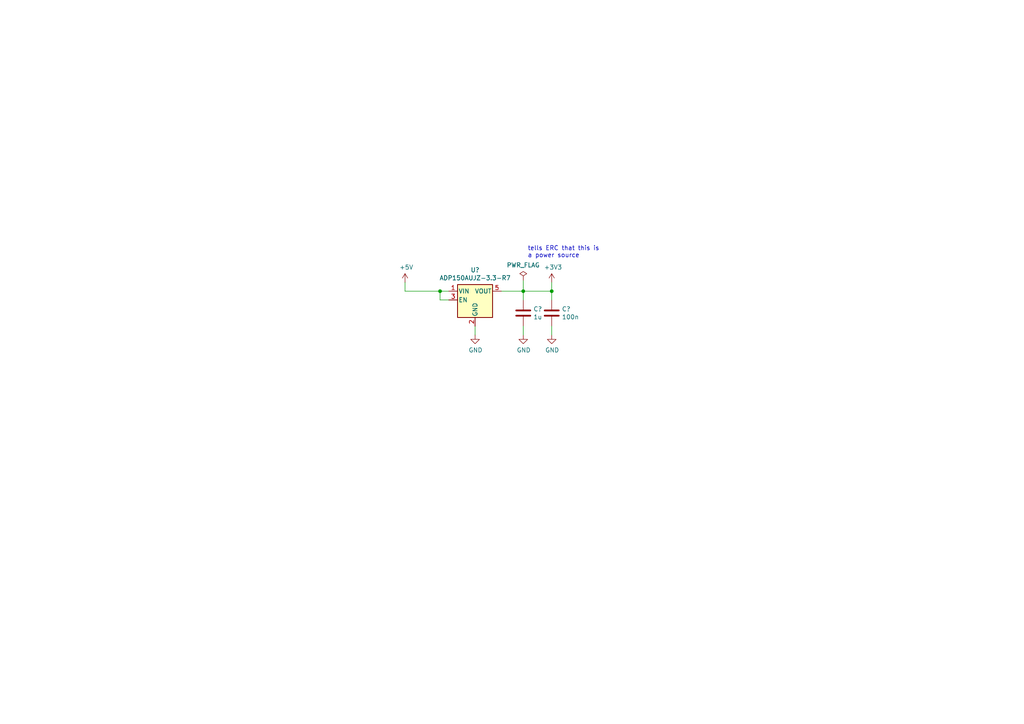
<source format=kicad_sch>
(kicad_sch (version 20230121) (generator eeschema)
  (paper "A4")
  (title_block (title "Schematic Blocks") (date "2019-12-05") (rev "1.0") (company "KTH Formula Student") (comment 1 " - ") (comment 2 "Jordi Altayó") (comment 3 "jordiag@kth.se") (comment 4 "5 to 3.3 volt power supply\\n\\nDefines the global labels (symbols)"))
  (lib_symbols
    (symbol "Device:C" (pin_numbers hide) (pin_names (offset 0.254))
      (property "Reference" "C" (at 0.635 2.54 0))
      (property "Value" "C" (at 0.635 -2.54 0))
      (symbol "C_0_1"
        (polyline (pts (xy -2.032 -0.762) (xy 2.032 -0.762)) (stroke (width 0.508)))
        (polyline (pts (xy -2.032 0.762) (xy 2.032 0.762)) (stroke (width 0.508)))
      )
      (symbol "C_1_1"
        (pin passive line (at 0 3.81 270) (length 2.794) (name "~") (number "1"))
        (pin passive line (at 0 -3.81 90) (length 2.794) (name "~") (number "2"))
      )
    )
    (symbol "KTHFS:ADP150AUJZ-3.3-R7" (pin_names (offset 0.254))
      (property "Reference" "U" (at -3.81 5.715 0))
      (property "Value" "ADP150AUJZ-3.3-R7" (at 0 5.715 0))
      (symbol "ADP150AUJZ-3.3-R7_0_1"
        (rectangle (start -5.08 4.445) (end 5.08 -5.08) (stroke (width 0.254)) (fill (type background)))
      )
      (symbol "ADP150AUJZ-3.3-R7_1_1"
        (pin power_in line (at -7.62 2.54 0) (length 2.54) (name "VIN") (number "1"))
        (pin power_in line (at 0 -7.62 90) (length 2.54) (name "GND") (number "2"))
        (pin input line (at -7.62 0 0) (length 2.54) (name "EN") (number "3"))
        (pin no_connect line (at 7.62 0 180) (length 2.54) hide (name "NC") (number "4"))
        (pin power_out line (at 7.62 2.54 180) (length 2.54) (name "VOUT") (number "5"))
      )
    )
    (symbol "blocks-rescue:+3.3V-power" (power) (pin_names (offset 0))
      (property "Value" "+3.3V-power" (at 0 3.556 0))
      (symbol "+3.3V-power_0_1"
        (polyline (pts (xy -0.762 1.27) (xy 0 2.54)))
        (polyline (pts (xy 0 0) (xy 0 2.54)))
        (polyline (pts (xy 0 2.54) (xy 0.762 1.27)))
      )
      (symbol "+3.3V-power_1_1"
        (pin power_in line (at 0 0 90) (length 0) hide (name "+3V3") (number "1"))
      )
    )
    (symbol "power:+5V" (power) (pin_names (offset 0))
      (property "Value" "+5V" (at 0 3.556 0))
      (symbol "+5V_0_1"
        (polyline (pts (xy -0.762 1.27) (xy 0 2.54)))
        (polyline (pts (xy 0 0) (xy 0 2.54)))
        (polyline (pts (xy 0 2.54) (xy 0.762 1.27)))
      )
      (symbol "+5V_1_1"
        (pin power_in line (at 0 0 90) (length 0) hide (name "+5V") (number "1"))
      )
    )
    (symbol "power:GND" (power) (pin_names (offset 0))
      (property "Value" "GND" (at 0 -3.81 0))
      (symbol "GND_0_1"
        (polyline (pts (xy 0 0) (xy 0 -1.27) (xy 1.27 -1.27) (xy 0 -2.54) (xy -1.27 -1.27) (xy 0 -1.27)))
      )
      (symbol "GND_1_1"
        (pin power_in line (at 0 0 270) (length 0) hide (name "GND") (number "1"))
      )
    )
    (symbol "power:PWR_FLAG" (power) (pin_numbers hide) (pin_names (offset 0) hide)
      (property "Value" "PWR_FLAG" (at 0 3.81 0))
      (symbol "PWR_FLAG_0_0"
        (pin power_out line (at 0 0 90) (length 0) (name "pwr") (number "1"))
      )
      (symbol "PWR_FLAG_0_1"
        (polyline (pts (xy 0 0) (xy 0 1.27) (xy -1.016 1.905) (xy 0 2.54) (xy 1.016 1.905) (xy 0 1.27)))
      )
    )
  )
  (junction (at 160.02 84.455))
  (junction (at 127.635 84.455))
  (junction (at 151.765 84.455))
  (wire (pts (xy 117.475 84.455) (xy 127.635 84.455)))
  (wire (pts (xy 127.635 84.455) (xy 130.175 84.455)))
  (wire (pts (xy 151.765 97.155) (xy 151.765 94.615)))
  (wire (pts (xy 151.765 84.455) (xy 160.02 84.455)))
  (wire (pts (xy 160.02 97.155) (xy 160.02 94.615)))
  (wire (pts (xy 151.765 81.28) (xy 151.765 84.455)))
  (wire (pts (xy 117.475 81.915) (xy 117.475 84.455)))
  (wire (pts (xy 130.175 86.995) (xy 127.635 86.995)))
  (wire (pts (xy 145.415 84.455) (xy 151.765 84.455)))
  (wire (pts (xy 151.765 86.995) (xy 151.765 84.455)))
  (wire (pts (xy 127.635 86.995) (xy 127.635 84.455)))
  (wire (pts (xy 160.02 86.995) (xy 160.02 84.455)))
  (wire (pts (xy 160.02 81.915) (xy 160.02 84.455)))
  (wire (pts (xy 137.795 97.155) (xy 137.795 94.615)))
  (text "tells ERC that this is\na power source" (at 153.035 74.93 0) (effects (font (size 1.27 1.27)) (justify left bottom)))
  (symbol (lib_id "KTHFS:ADP150AUJZ-3.3-R7") (at 137.795 86.995 0) (unit 1)
    (property "Reference" "U?" (at 137.795 78.3082 0))
    (property "Value" "ADP150AUJZ-3.3-R7" (at 137.795 80.6196 0))
    (property "Footprint" "Package_TO_SOT_SMD:SOT-23-5" (effects hide))
    (property "Datasheet" "https://www.analog.com/media/en/technical-documentation/data-sheets/ADP150.pdf" (effects hide))
  )
  (symbol (lib_id "power:+5V") (at 117.475 81.915 0) (unit 1)
    (property "Reference" "#PWR?" (effects hide))
    (property "Value" "+5V" (at 117.856 77.5208 0))
  )
  (symbol (lib_id "blocks-rescue:+3.3V-power") (at 160.02 81.915 0) (unit 1)
    (property "Reference" "#PWR?" (effects hide))
    (property "Value" "+3.3V" (at 160.401 77.5208 0))
  )
  (symbol (lib_id "Device:C") (at 160.02 90.805 0) (unit 1)
    (property "Reference" "C?" (at 162.941 89.6366 0) (effects (justify left)))
    (property "Value" "100n" (at 162.941 91.948 0) (effects (justify left)))
  )
  (symbol (lib_id "power:GND") (at 137.795 97.155 0) (unit 1)
    (property "Reference" "#PWR?" (effects hide))
    (property "Value" "GND" (at 137.922 101.5492 0))
  )
  (symbol (lib_id "power:GND") (at 160.02 97.155 0) (unit 1)
    (property "Reference" "#PWR?" (effects hide))
    (property "Value" "GND" (at 160.147 101.5492 0))
  )
  (symbol (lib_id "power:PWR_FLAG") (at 151.765 81.28 0) (unit 1)
    (property "Reference" "#FLG?" (effects hide))
    (property "Value" "PWR_FLAG" (at 151.765 76.8858 0))
  )
  (symbol (lib_id "Device:C") (at 151.765 90.805 0) (unit 1)
    (property "Reference" "C?" (at 154.686 89.6366 0) (effects (justify left)))
    (property "Value" "1u" (at 154.686 91.948 0) (effects (justify left)))
  )
  (symbol (lib_id "power:GND") (at 151.765 97.155 0) (unit 1)
    (property "Reference" "#PWR?" (effects hide))
    (property "Value" "GND" (at 151.892 101.5492 0))
  )
)
</source>
